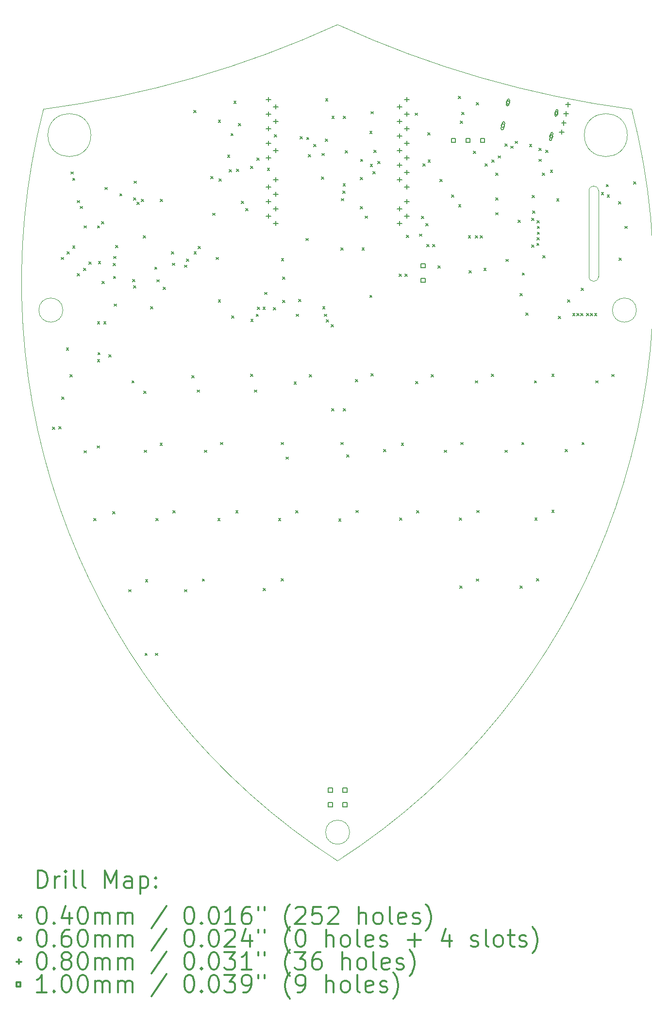
<source format=gbr>
%FSLAX45Y45*%
G04 Gerber Fmt 4.5, Leading zero omitted, Abs format (unit mm)*
G04 Created by KiCad (PCBNEW 5.0.2-1.fc29) date Mon 25 Feb 2019 04:28:05 CET*
%MOMM*%
%LPD*%
G01*
G04 APERTURE LIST*
%ADD10C,0.100000*%
%ADD11C,0.200000*%
%ADD12C,0.300000*%
G04 APERTURE END LIST*
D10*
X5128859Y13101191D02*
G75*
G02X0Y0I-11617245J-3006596D01*
G01*
X5211417Y9600000D02*
G75*
G03X5211417Y9600000I-210000J0D01*
G01*
X4547827Y11682000D02*
X4547827Y10182000D01*
X4384999Y11682000D02*
G75*
G02X4547827Y11682000I81414J0D01*
G01*
X4384999Y10182000D02*
X4384999Y11682000D01*
X-4791285Y9600000D02*
G75*
G03X-4791285Y9600000I-210000J0D01*
G01*
X0Y14575271D02*
G75*
G02X-5128700Y13101191I-7481641J16371471D01*
G01*
X4547827Y10182000D02*
G75*
G02X4384999Y10182000I-81414J0D01*
G01*
X5128859Y13101191D02*
G75*
G02X0Y14575271I2352718J17845580D01*
G01*
X0Y0D02*
G75*
G02X-5128700Y13101191I6488522J10094508D01*
G01*
X-4302509Y12650000D02*
G75*
G03X-4302509Y12650000I-375000J0D01*
G01*
X5052668Y12650000D02*
G75*
G03X5052668Y12650000I-375000J0D01*
G01*
X210000Y500000D02*
G75*
G03X210000Y500000I-210000J0D01*
G01*
D11*
X-4970000Y7560000D02*
X-4930000Y7520000D01*
X-4930000Y7560000D02*
X-4970000Y7520000D01*
X-4860000Y7570000D02*
X-4820000Y7530000D01*
X-4820000Y7570000D02*
X-4860000Y7530000D01*
X-4820000Y10520000D02*
X-4780000Y10480000D01*
X-4780000Y10520000D02*
X-4820000Y10480000D01*
X-4810000Y8085000D02*
X-4770000Y8045000D01*
X-4770000Y8085000D02*
X-4810000Y8045000D01*
X-4730000Y8940000D02*
X-4690000Y8900000D01*
X-4690000Y8940000D02*
X-4730000Y8900000D01*
X-4720000Y10620005D02*
X-4680000Y10580005D01*
X-4680000Y10620005D02*
X-4720000Y10580005D01*
X-4665000Y8475000D02*
X-4625000Y8435000D01*
X-4625000Y8475000D02*
X-4665000Y8435000D01*
X-4650000Y12010000D02*
X-4610000Y11970000D01*
X-4610000Y12010000D02*
X-4650000Y11970000D01*
X-4620000Y11900000D02*
X-4580000Y11860000D01*
X-4580000Y11900000D02*
X-4620000Y11860000D01*
X-4620000Y10720000D02*
X-4580000Y10680000D01*
X-4580000Y10720000D02*
X-4620000Y10680000D01*
X-4540000Y11510000D02*
X-4500000Y11470000D01*
X-4500000Y11510000D02*
X-4540000Y11470000D01*
X-4537499Y10239747D02*
X-4497499Y10199747D01*
X-4497499Y10239747D02*
X-4537499Y10199747D01*
X-4490000Y11410000D02*
X-4450000Y11370000D01*
X-4450000Y11410000D02*
X-4490000Y11370000D01*
X-4430000Y10330000D02*
X-4390000Y10290000D01*
X-4390000Y10330000D02*
X-4430000Y10290000D01*
X-4420000Y11070000D02*
X-4380000Y11030000D01*
X-4380000Y11070000D02*
X-4420000Y11030000D01*
X-4420000Y7150000D02*
X-4380000Y7110000D01*
X-4380000Y7150000D02*
X-4420000Y7110000D01*
X-4335000Y10440000D02*
X-4295000Y10400000D01*
X-4295000Y10440000D02*
X-4335000Y10400000D01*
X-4250000Y5970000D02*
X-4210000Y5930000D01*
X-4210000Y5970000D02*
X-4250000Y5930000D01*
X-4195231Y7234769D02*
X-4155230Y7194769D01*
X-4155230Y7234769D02*
X-4195231Y7194769D01*
X-4190000Y11070000D02*
X-4150000Y11030000D01*
X-4150000Y11070000D02*
X-4190000Y11030000D01*
X-4190000Y8740000D02*
X-4150000Y8700000D01*
X-4150000Y8740000D02*
X-4190000Y8700000D01*
X-4189375Y9396049D02*
X-4149375Y9356049D01*
X-4149375Y9396049D02*
X-4189375Y9356049D01*
X-4180000Y8860000D02*
X-4140000Y8820000D01*
X-4140000Y8860000D02*
X-4180000Y8820000D01*
X-4171485Y10451485D02*
X-4131485Y10411485D01*
X-4131485Y10451485D02*
X-4171485Y10411485D01*
X-4120000Y11140000D02*
X-4080000Y11100000D01*
X-4080000Y11140000D02*
X-4120000Y11100000D01*
X-4110000Y10100000D02*
X-4070000Y10060000D01*
X-4070000Y10100000D02*
X-4110000Y10060000D01*
X-4080000Y9400000D02*
X-4040000Y9360000D01*
X-4040000Y9400000D02*
X-4080000Y9360000D01*
X-4060000Y11740000D02*
X-4020000Y11700000D01*
X-4020000Y11740000D02*
X-4060000Y11700000D01*
X-3990000Y8820000D02*
X-3950000Y8780000D01*
X-3950000Y8820000D02*
X-3990000Y8780000D01*
X-3922730Y6087269D02*
X-3882730Y6047269D01*
X-3882730Y6087269D02*
X-3922730Y6047269D01*
X-3912501Y10412499D02*
X-3872501Y10372499D01*
X-3872501Y10412499D02*
X-3912501Y10372499D01*
X-3908734Y10191266D02*
X-3868734Y10151266D01*
X-3868734Y10191266D02*
X-3908734Y10151266D01*
X-3907496Y10537819D02*
X-3867496Y10497819D01*
X-3867496Y10537819D02*
X-3907496Y10497819D01*
X-3896886Y9706883D02*
X-3856886Y9666883D01*
X-3856886Y9706883D02*
X-3896886Y9666883D01*
X-3872499Y10730000D02*
X-3832499Y10690000D01*
X-3832499Y10730000D02*
X-3872499Y10690000D01*
X-3800000Y11630000D02*
X-3760000Y11590000D01*
X-3760000Y11630000D02*
X-3800000Y11590000D01*
X-3640000Y4730000D02*
X-3600000Y4690000D01*
X-3600000Y4730000D02*
X-3640000Y4690000D01*
X-3586764Y8370492D02*
X-3546764Y8330492D01*
X-3546764Y8370492D02*
X-3586764Y8330492D01*
X-3573000Y10135000D02*
X-3533000Y10095000D01*
X-3533000Y10135000D02*
X-3573000Y10095000D01*
X-3560000Y11557499D02*
X-3520000Y11517499D01*
X-3520000Y11557499D02*
X-3560000Y11517499D01*
X-3560000Y10022501D02*
X-3520000Y9982501D01*
X-3520000Y10022501D02*
X-3560000Y9982501D01*
X-3550000Y11850000D02*
X-3510000Y11810000D01*
X-3510000Y11850000D02*
X-3550000Y11810000D01*
X-3501687Y11481501D02*
X-3461687Y11441501D01*
X-3461687Y11481501D02*
X-3501687Y11441501D01*
X-3420000Y11530003D02*
X-3380000Y11490003D01*
X-3380000Y11530003D02*
X-3420000Y11490003D01*
X-3390000Y10900000D02*
X-3350000Y10860000D01*
X-3350000Y10900000D02*
X-3390000Y10860000D01*
X-3380000Y8190000D02*
X-3340000Y8150000D01*
X-3340000Y8190000D02*
X-3380000Y8150000D01*
X-3370000Y7160000D02*
X-3330000Y7120000D01*
X-3330000Y7160000D02*
X-3370000Y7120000D01*
X-3360000Y3620000D02*
X-3320000Y3580000D01*
X-3320000Y3620000D02*
X-3360000Y3580000D01*
X-3350000Y4900000D02*
X-3310000Y4860000D01*
X-3310000Y4900000D02*
X-3350000Y4860000D01*
X-3260000Y9660000D02*
X-3220000Y9620000D01*
X-3220000Y9660000D02*
X-3260000Y9620000D01*
X-3190000Y10350000D02*
X-3150000Y10310000D01*
X-3150000Y10350000D02*
X-3190000Y10310000D01*
X-3180000Y3620000D02*
X-3140000Y3580000D01*
X-3140000Y3620000D02*
X-3180000Y3580000D01*
X-3170000Y5970000D02*
X-3130000Y5930000D01*
X-3130000Y5970000D02*
X-3170000Y5930000D01*
X-3150000Y10130000D02*
X-3110000Y10090000D01*
X-3110000Y10130000D02*
X-3150000Y10090000D01*
X-3097730Y7282269D02*
X-3057730Y7242269D01*
X-3057730Y7282269D02*
X-3097730Y7242269D01*
X-3090000Y11530000D02*
X-3050000Y11490000D01*
X-3050000Y11530000D02*
X-3090000Y11490000D01*
X-3040000Y10000000D02*
X-3000000Y9960000D01*
X-3000000Y10000000D02*
X-3040000Y9960000D01*
X-2900000Y10620000D02*
X-2860000Y10580000D01*
X-2860000Y10620000D02*
X-2900000Y10580000D01*
X-2880000Y10420000D02*
X-2840000Y10380000D01*
X-2840000Y10420000D02*
X-2880000Y10380000D01*
X-2870000Y6105000D02*
X-2830000Y6065000D01*
X-2830000Y6105000D02*
X-2870000Y6065000D01*
X-2670000Y4730000D02*
X-2630000Y4690000D01*
X-2630000Y4730000D02*
X-2670000Y4690000D01*
X-2669999Y10385000D02*
X-2629999Y10345000D01*
X-2629999Y10385000D02*
X-2669999Y10345000D01*
X-2635000Y10490000D02*
X-2595000Y10450000D01*
X-2595000Y10490000D02*
X-2635000Y10450000D01*
X-2544566Y8461858D02*
X-2504566Y8421858D01*
X-2504566Y8461858D02*
X-2544566Y8421858D01*
X-2510000Y13079999D02*
X-2470000Y13039999D01*
X-2470000Y13079999D02*
X-2510000Y13039999D01*
X-2503951Y10620877D02*
X-2463951Y10580877D01*
X-2463951Y10620877D02*
X-2503951Y10580877D01*
X-2450000Y8210000D02*
X-2410000Y8170000D01*
X-2410000Y8210000D02*
X-2450000Y8170000D01*
X-2430000Y10710000D02*
X-2390000Y10670000D01*
X-2390000Y10710000D02*
X-2430000Y10670000D01*
X-2360000Y4915000D02*
X-2320000Y4875000D01*
X-2320000Y4915000D02*
X-2360000Y4875000D01*
X-2320000Y7160000D02*
X-2280000Y7120000D01*
X-2280000Y7160000D02*
X-2320000Y7120000D01*
X-2210000Y11930000D02*
X-2170000Y11890000D01*
X-2170000Y11930000D02*
X-2210000Y11890000D01*
X-2180000Y11290000D02*
X-2140000Y11250000D01*
X-2140000Y11290000D02*
X-2180000Y11250000D01*
X-2120000Y10520000D02*
X-2080000Y10480000D01*
X-2080000Y10520000D02*
X-2120000Y10480000D01*
X-2090000Y5970000D02*
X-2050000Y5930000D01*
X-2050000Y5970000D02*
X-2090000Y5930000D01*
X-2080000Y12910000D02*
X-2040000Y12870000D01*
X-2040000Y12910000D02*
X-2080000Y12870000D01*
X-2080000Y9780000D02*
X-2040000Y9740000D01*
X-2040000Y9780000D02*
X-2080000Y9740000D01*
X-2070000Y11890000D02*
X-2030000Y11850000D01*
X-2030000Y11890000D02*
X-2070000Y11850000D01*
X-2040000Y7295000D02*
X-2000000Y7255000D01*
X-2000000Y7295000D02*
X-2040000Y7255000D01*
X-1920000Y12300000D02*
X-1880000Y12260000D01*
X-1880000Y12300000D02*
X-1920000Y12260000D01*
X-1892269Y12047730D02*
X-1852269Y12007730D01*
X-1852269Y12047730D02*
X-1892269Y12007730D01*
X-1860000Y12680000D02*
X-1820000Y12640000D01*
X-1820000Y12680000D02*
X-1860000Y12640000D01*
X-1850000Y9500000D02*
X-1810000Y9460000D01*
X-1810000Y9500000D02*
X-1850000Y9460000D01*
X-1810000Y13242500D02*
X-1770000Y13202500D01*
X-1770000Y13242500D02*
X-1810000Y13202500D01*
X-1775000Y6105000D02*
X-1735000Y6065000D01*
X-1735000Y6105000D02*
X-1775000Y6065000D01*
X-1762730Y12057269D02*
X-1722730Y12017269D01*
X-1722730Y12057269D02*
X-1762730Y12017269D01*
X-1730000Y12850000D02*
X-1690000Y12810000D01*
X-1690000Y12850000D02*
X-1730000Y12810000D01*
X-1680000Y11500000D02*
X-1640000Y11460000D01*
X-1640000Y11500000D02*
X-1680000Y11460000D01*
X-1600000Y11370000D02*
X-1560000Y11330000D01*
X-1560000Y11370000D02*
X-1600000Y11330000D01*
X-1520000Y12110001D02*
X-1480000Y12070001D01*
X-1480000Y12110001D02*
X-1520000Y12070001D01*
X-1515000Y8485000D02*
X-1475000Y8445000D01*
X-1475000Y8485000D02*
X-1515000Y8445000D01*
X-1514420Y9443922D02*
X-1474420Y9403922D01*
X-1474420Y9443922D02*
X-1514420Y9403922D01*
X-1450000Y8210000D02*
X-1410000Y8170000D01*
X-1410000Y8210000D02*
X-1450000Y8170000D01*
X-1420000Y9529998D02*
X-1380000Y9489998D01*
X-1380000Y9529998D02*
X-1420000Y9489998D01*
X-1410000Y12250000D02*
X-1370000Y12210000D01*
X-1370000Y12250000D02*
X-1410000Y12210000D01*
X-1400000Y9650000D02*
X-1360000Y9610000D01*
X-1360000Y9650000D02*
X-1400000Y9610000D01*
X-1302502Y9655000D02*
X-1262502Y9615000D01*
X-1262502Y9655000D02*
X-1302502Y9615000D01*
X-1300000Y4750000D02*
X-1260000Y4710000D01*
X-1260000Y4750000D02*
X-1300000Y4710000D01*
X-1270000Y9910000D02*
X-1230000Y9870000D01*
X-1230000Y9910000D02*
X-1270000Y9870000D01*
X-1226500Y12076001D02*
X-1186500Y12036001D01*
X-1186500Y12076001D02*
X-1226500Y12036001D01*
X-1117501Y9645000D02*
X-1077501Y9605000D01*
X-1077501Y9645000D02*
X-1117501Y9605000D01*
X-1100000Y12660000D02*
X-1060000Y12620000D01*
X-1060000Y12660000D02*
X-1100000Y12620000D01*
X-1030000Y5970000D02*
X-990000Y5930000D01*
X-990000Y5970000D02*
X-1030000Y5930000D01*
X-985000Y7295000D02*
X-945000Y7255000D01*
X-945000Y7295000D02*
X-985000Y7255000D01*
X-985000Y4920000D02*
X-945000Y4880000D01*
X-945000Y4920000D02*
X-985000Y4880000D01*
X-980000Y10500000D02*
X-940000Y10460000D01*
X-940000Y10500000D02*
X-980000Y10460000D01*
X-960000Y10180000D02*
X-920000Y10140000D01*
X-920000Y10180000D02*
X-960000Y10140000D01*
X-960000Y9770000D02*
X-920000Y9730000D01*
X-920000Y9770000D02*
X-960000Y9730000D01*
X-900000Y7040000D02*
X-860000Y7000000D01*
X-860000Y7040000D02*
X-900000Y7000000D01*
X-760000Y8350000D02*
X-720000Y8310000D01*
X-720000Y8350000D02*
X-760000Y8310000D01*
X-730000Y6105000D02*
X-690000Y6065000D01*
X-690000Y6105000D02*
X-730000Y6065000D01*
X-720000Y9530001D02*
X-680000Y9490001D01*
X-680000Y9530001D02*
X-720000Y9490001D01*
X-680000Y9790000D02*
X-640000Y9750000D01*
X-640000Y9790000D02*
X-680000Y9750000D01*
X-653734Y12623734D02*
X-613734Y12583734D01*
X-613734Y12623734D02*
X-653734Y12583734D01*
X-550000Y10850000D02*
X-510000Y10810000D01*
X-510000Y10850000D02*
X-550000Y10810000D01*
X-539607Y12612139D02*
X-499607Y12572139D01*
X-499607Y12612139D02*
X-539607Y12572139D01*
X-512730Y12312730D02*
X-472730Y12272730D01*
X-472730Y12312730D02*
X-512730Y12272730D01*
X-495001Y8474415D02*
X-455001Y8434415D01*
X-455001Y8474415D02*
X-495001Y8434415D01*
X-420000Y12490000D02*
X-380000Y12450000D01*
X-380000Y12490000D02*
X-420000Y12450000D01*
X-280000Y11920000D02*
X-240000Y11880000D01*
X-240000Y11920000D02*
X-280000Y11880000D01*
X-272270Y12332269D02*
X-232269Y12292269D01*
X-232269Y12332269D02*
X-272270Y12292269D01*
X-260000Y9660000D02*
X-220000Y9620000D01*
X-220000Y9660000D02*
X-260000Y9620000D01*
X-230000Y9530000D02*
X-190000Y9490000D01*
X-190000Y9530000D02*
X-230000Y9490000D01*
X-215000Y12585000D02*
X-175000Y12545000D01*
X-175000Y12585000D02*
X-215000Y12545000D01*
X-210000Y13285001D02*
X-170000Y13245001D01*
X-170000Y13285001D02*
X-210000Y13245001D01*
X-200000Y9430000D02*
X-160000Y9390000D01*
X-160000Y9430000D02*
X-200000Y9390000D01*
X-110000Y9350000D02*
X-70000Y9310000D01*
X-70000Y9350000D02*
X-110000Y9310000D01*
X-104993Y7885000D02*
X-64993Y7845000D01*
X-64993Y7885000D02*
X-104993Y7845000D01*
X-100001Y12980000D02*
X-60001Y12940000D01*
X-60001Y12980000D02*
X-100001Y12940000D01*
X20000Y5960000D02*
X60000Y5920000D01*
X60000Y5960000D02*
X20000Y5920000D01*
X60000Y10685000D02*
X100000Y10645000D01*
X100000Y10685000D02*
X60000Y10645000D01*
X60000Y7295000D02*
X100000Y7255000D01*
X100000Y7295000D02*
X60000Y7255000D01*
X65000Y11545000D02*
X105000Y11505000D01*
X105000Y11545000D02*
X65000Y11505000D01*
X90000Y11675000D02*
X130000Y11635000D01*
X130000Y11675000D02*
X90000Y11635000D01*
X94059Y11802818D02*
X134059Y11762818D01*
X134059Y11802818D02*
X94059Y11762818D01*
X100000Y12980000D02*
X140000Y12940000D01*
X140000Y12980000D02*
X100000Y12940000D01*
X100000Y7885000D02*
X140000Y7845000D01*
X140000Y7885000D02*
X100000Y7845000D01*
X135000Y12380000D02*
X175000Y12340000D01*
X175000Y12380000D02*
X135000Y12340000D01*
X160000Y7080000D02*
X200000Y7040000D01*
X200000Y7080000D02*
X160000Y7040000D01*
X310000Y8390000D02*
X350000Y8350000D01*
X350000Y8390000D02*
X310000Y8350000D01*
X320000Y6110000D02*
X360000Y6070000D01*
X360000Y6110000D02*
X320000Y6070000D01*
X397501Y11910994D02*
X437501Y11870994D01*
X437501Y11910994D02*
X397501Y11870994D01*
X397503Y11405918D02*
X437503Y11365918D01*
X437503Y11405918D02*
X397503Y11365918D01*
X400000Y12230000D02*
X440000Y12190000D01*
X440000Y12230000D02*
X400000Y12190000D01*
X424189Y10683888D02*
X464189Y10643888D01*
X464189Y10683888D02*
X424189Y10643888D01*
X480000Y11240000D02*
X520000Y11200000D01*
X520000Y11240000D02*
X480000Y11200000D01*
X560000Y12715999D02*
X600000Y12675999D01*
X600000Y12715999D02*
X560000Y12675999D01*
X560000Y9860000D02*
X600000Y9820000D01*
X600000Y9860000D02*
X560000Y9820000D01*
X570000Y12140000D02*
X610000Y12100000D01*
X610000Y12140000D02*
X570000Y12100000D01*
X585000Y13060000D02*
X625000Y13020000D01*
X625000Y13060000D02*
X585000Y13020000D01*
X585000Y8490000D02*
X625000Y8450000D01*
X625000Y8490000D02*
X585000Y8450000D01*
X617499Y12015000D02*
X657499Y11975000D01*
X657499Y12015000D02*
X617499Y11975000D01*
X630000Y12390000D02*
X670000Y12350000D01*
X670000Y12390000D02*
X630000Y12350000D01*
X700000Y12192499D02*
X740000Y12152499D01*
X740000Y12192499D02*
X700000Y12152499D01*
X800000Y7170000D02*
X840000Y7130000D01*
X840000Y7170000D02*
X800000Y7130000D01*
X1075000Y10230000D02*
X1115000Y10190000D01*
X1115000Y10230000D02*
X1075000Y10190000D01*
X1080000Y5980000D02*
X1120000Y5940000D01*
X1120000Y5980000D02*
X1080000Y5940000D01*
X1110000Y7280000D02*
X1150000Y7240000D01*
X1150000Y7280000D02*
X1110000Y7240000D01*
X1175000Y10230000D02*
X1215000Y10190000D01*
X1215000Y10230000D02*
X1175000Y10190000D01*
X1200016Y10907517D02*
X1240016Y10867517D01*
X1240016Y10907517D02*
X1200016Y10867517D01*
X1355000Y13035000D02*
X1395000Y12995000D01*
X1395000Y13035000D02*
X1355000Y12995000D01*
X1360000Y8360000D02*
X1400000Y8320000D01*
X1400000Y8360000D02*
X1360000Y8320000D01*
X1375000Y6105000D02*
X1415000Y6065000D01*
X1415000Y6105000D02*
X1375000Y6065000D01*
X1430002Y10926604D02*
X1470002Y10886604D01*
X1470002Y10926604D02*
X1430002Y10886604D01*
X1462269Y11237730D02*
X1502269Y11197730D01*
X1502269Y11237730D02*
X1462269Y11197730D01*
X1485000Y12150000D02*
X1525000Y12110000D01*
X1525000Y12150000D02*
X1485000Y12110000D01*
X1536973Y11107254D02*
X1576973Y11067254D01*
X1576973Y11107254D02*
X1536973Y11067254D01*
X1558615Y10745001D02*
X1598615Y10705001D01*
X1598615Y10745001D02*
X1558615Y10705001D01*
X1570000Y12690000D02*
X1610000Y12650000D01*
X1610000Y12690000D02*
X1570000Y12650000D01*
X1577000Y12216000D02*
X1617000Y12176000D01*
X1617000Y12216000D02*
X1577000Y12176000D01*
X1630000Y8475000D02*
X1670000Y8435000D01*
X1670000Y8475000D02*
X1630000Y8435000D01*
X1658645Y10745001D02*
X1698645Y10705001D01*
X1698645Y10745001D02*
X1658645Y10705001D01*
X1750000Y10370000D02*
X1790000Y10330000D01*
X1790000Y10370000D02*
X1750000Y10330000D01*
X1783000Y11881000D02*
X1823000Y11841000D01*
X1823000Y11881000D02*
X1783000Y11841000D01*
X1860000Y7160000D02*
X1900000Y7120000D01*
X1900000Y7160000D02*
X1860000Y7120000D01*
X1985000Y11610000D02*
X2025000Y11570000D01*
X2025000Y11610000D02*
X1985000Y11570000D01*
X2105000Y13325000D02*
X2145000Y13285000D01*
X2145000Y13325000D02*
X2105000Y13285000D01*
X2110000Y11440000D02*
X2150000Y11400000D01*
X2150000Y11440000D02*
X2110000Y11400000D01*
X2120000Y5980000D02*
X2160000Y5940000D01*
X2160000Y5980000D02*
X2120000Y5940000D01*
X2130000Y4790000D02*
X2170000Y4750000D01*
X2170000Y4790000D02*
X2130000Y4750000D01*
X2137123Y12892877D02*
X2177123Y12852877D01*
X2177123Y12892877D02*
X2137123Y12852877D01*
X2150000Y7295000D02*
X2190000Y7255000D01*
X2190000Y7295000D02*
X2150000Y7255000D01*
X2165000Y13045000D02*
X2205000Y13005000D01*
X2205000Y13045000D02*
X2165000Y13005000D01*
X2280000Y10899998D02*
X2320000Y10859998D01*
X2320000Y10899998D02*
X2280000Y10859998D01*
X2290000Y10290000D02*
X2330000Y10250000D01*
X2330000Y10290000D02*
X2290000Y10250000D01*
X2370000Y12370000D02*
X2410000Y12330000D01*
X2410000Y12370000D02*
X2370000Y12330000D01*
X2400000Y10900000D02*
X2440000Y10860000D01*
X2440000Y10900000D02*
X2400000Y10860000D01*
X2400000Y8370000D02*
X2440000Y8330000D01*
X2440000Y8370000D02*
X2400000Y8330000D01*
X2420000Y13215000D02*
X2460000Y13175000D01*
X2460000Y13215000D02*
X2420000Y13175000D01*
X2420000Y4915000D02*
X2460000Y4875000D01*
X2460000Y4915000D02*
X2420000Y4875000D01*
X2425000Y6110000D02*
X2465000Y6070000D01*
X2465000Y6110000D02*
X2425000Y6070000D01*
X2490000Y10899998D02*
X2530000Y10859998D01*
X2530000Y10899998D02*
X2490000Y10859998D01*
X2550000Y10330000D02*
X2590000Y10290000D01*
X2590000Y10330000D02*
X2550000Y10290000D01*
X2570000Y12150000D02*
X2610000Y12110000D01*
X2610000Y12150000D02*
X2570000Y12110000D01*
X2680000Y8485000D02*
X2720000Y8445000D01*
X2720000Y8485000D02*
X2680000Y8445000D01*
X2690000Y12220000D02*
X2730000Y12180000D01*
X2730000Y12220000D02*
X2690000Y12180000D01*
X2760000Y11990000D02*
X2800000Y11950000D01*
X2800000Y11990000D02*
X2760000Y11950000D01*
X2760000Y11560000D02*
X2800000Y11520000D01*
X2800000Y11560000D02*
X2760000Y11520000D01*
X2760000Y11300000D02*
X2800000Y11260000D01*
X2800000Y11300000D02*
X2760000Y11260000D01*
X2800000Y12290000D02*
X2840000Y12250000D01*
X2840000Y12290000D02*
X2800000Y12250000D01*
X2916000Y12499000D02*
X2956000Y12459000D01*
X2956000Y12499000D02*
X2916000Y12459000D01*
X2920000Y7160000D02*
X2960000Y7120000D01*
X2960000Y7160000D02*
X2920000Y7120000D01*
X2935463Y10487498D02*
X2975463Y10447498D01*
X2975463Y10487498D02*
X2935463Y10447498D01*
X3020000Y12460000D02*
X3060000Y12420000D01*
X3060000Y12460000D02*
X3020000Y12420000D01*
X3098000Y12545000D02*
X3138000Y12505000D01*
X3138000Y12545000D02*
X3098000Y12505000D01*
X3150000Y11168769D02*
X3190000Y11128769D01*
X3190000Y11168769D02*
X3150000Y11128769D01*
X3180000Y9890000D02*
X3220000Y9850000D01*
X3220000Y9890000D02*
X3180000Y9850000D01*
X3180000Y4790000D02*
X3220000Y4750000D01*
X3220000Y4790000D02*
X3180000Y4750000D01*
X3210000Y7295000D02*
X3250000Y7255000D01*
X3250000Y7295000D02*
X3210000Y7255000D01*
X3220000Y10250000D02*
X3260000Y10210000D01*
X3260000Y10250000D02*
X3220000Y10210000D01*
X3280000Y9550000D02*
X3320000Y9510000D01*
X3320000Y9550000D02*
X3280000Y9510000D01*
X3346000Y12490000D02*
X3386000Y12450000D01*
X3386000Y12490000D02*
X3346000Y12450000D01*
X3382774Y10738071D02*
X3422774Y10698071D01*
X3422774Y10738071D02*
X3382774Y10698071D01*
X3387403Y11200032D02*
X3427403Y11160032D01*
X3427403Y11200032D02*
X3387403Y11160032D01*
X3390000Y11600000D02*
X3430000Y11560000D01*
X3430000Y11600000D02*
X3390000Y11560000D01*
X3400000Y11330000D02*
X3440000Y11290000D01*
X3440000Y11330000D02*
X3400000Y11290000D01*
X3430000Y8370000D02*
X3470000Y8330000D01*
X3470000Y8370000D02*
X3430000Y8330000D01*
X3440000Y5980000D02*
X3480000Y5940000D01*
X3480000Y5980000D02*
X3440000Y5940000D01*
X3470000Y4920000D02*
X3510000Y4880000D01*
X3510000Y4920000D02*
X3470000Y4880000D01*
X3473669Y10765700D02*
X3513669Y10725700D01*
X3513669Y10765700D02*
X3473669Y10725700D01*
X3479983Y11161259D02*
X3519983Y11121259D01*
X3519983Y11161259D02*
X3479983Y11121259D01*
X3480033Y10860488D02*
X3520033Y10820488D01*
X3520033Y10860488D02*
X3480033Y10820488D01*
X3481266Y10961266D02*
X3521266Y10921266D01*
X3521266Y10961266D02*
X3481266Y10921266D01*
X3481368Y11061267D02*
X3521368Y11021267D01*
X3521368Y11061267D02*
X3481368Y11021267D01*
X3510000Y12420000D02*
X3550000Y12380000D01*
X3550000Y12420000D02*
X3510000Y12380000D01*
X3510000Y12230000D02*
X3550000Y12190000D01*
X3550000Y12230000D02*
X3510000Y12190000D01*
X3570000Y11990000D02*
X3610000Y11950000D01*
X3610000Y11990000D02*
X3570000Y11950000D01*
X3581016Y10548985D02*
X3621016Y10508985D01*
X3621016Y10548985D02*
X3581016Y10508985D01*
X3630000Y12390000D02*
X3670000Y12350000D01*
X3670000Y12390000D02*
X3630000Y12350000D01*
X3710000Y12040000D02*
X3750000Y12000000D01*
X3750000Y12040000D02*
X3710000Y12000000D01*
X3735000Y8485000D02*
X3775000Y8445000D01*
X3775000Y8485000D02*
X3735000Y8445000D01*
X3735000Y6115000D02*
X3775000Y6075000D01*
X3775000Y6115000D02*
X3735000Y6075000D01*
X3820000Y11540000D02*
X3860000Y11500000D01*
X3860000Y11540000D02*
X3820000Y11500000D01*
X3850000Y9490000D02*
X3890000Y9450000D01*
X3890000Y9490000D02*
X3850000Y9450000D01*
X3970000Y7170000D02*
X4010000Y7130000D01*
X4010000Y7170000D02*
X3970000Y7130000D01*
X4010000Y9780000D02*
X4050000Y9740000D01*
X4050000Y9780000D02*
X4010000Y9740000D01*
X4100000Y9540000D02*
X4140000Y9500000D01*
X4140000Y9540000D02*
X4100000Y9500000D01*
X4170000Y9540000D02*
X4210000Y9500000D01*
X4210000Y9540000D02*
X4170000Y9500000D01*
X4240000Y9540000D02*
X4280000Y9500000D01*
X4280000Y9540000D02*
X4240000Y9500000D01*
X4250000Y9980000D02*
X4290000Y9940000D01*
X4290000Y9980000D02*
X4250000Y9940000D01*
X4260000Y7295000D02*
X4300000Y7255000D01*
X4300000Y7295000D02*
X4260000Y7255000D01*
X4340000Y9540000D02*
X4380000Y9500000D01*
X4380000Y9540000D02*
X4340000Y9500000D01*
X4410000Y9540000D02*
X4450000Y9500000D01*
X4450000Y9540000D02*
X4410000Y9500000D01*
X4480000Y9540000D02*
X4520000Y9500000D01*
X4520000Y9540000D02*
X4480000Y9500000D01*
X4500000Y8370000D02*
X4540000Y8330000D01*
X4540000Y8370000D02*
X4500000Y8330000D01*
X4600000Y11650000D02*
X4640000Y11610000D01*
X4640000Y11650000D02*
X4600000Y11610000D01*
X4685000Y11790000D02*
X4725000Y11750000D01*
X4725000Y11790000D02*
X4685000Y11750000D01*
X4700000Y11610000D02*
X4740000Y11570000D01*
X4740000Y11610000D02*
X4700000Y11570000D01*
X4780000Y8480000D02*
X4820000Y8440000D01*
X4820000Y8480000D02*
X4780000Y8440000D01*
X4900000Y11490000D02*
X4940000Y11450000D01*
X4940000Y11490000D02*
X4900000Y11450000D01*
X4910000Y10510000D02*
X4950000Y10470000D01*
X4950000Y10510000D02*
X4910000Y10470000D01*
X5010000Y11062500D02*
X5050000Y11022500D01*
X5050000Y11062500D02*
X5010000Y11022500D01*
X5160000Y11840000D02*
X5200000Y11800000D01*
X5200000Y11840000D02*
X5160000Y11800000D01*
X2912418Y12814687D02*
G75*
G03X2912418Y12814687I-30000J0D01*
G01*
X2874796Y12872712D02*
X2850988Y12765320D01*
X2913848Y12864055D02*
X2890040Y12756662D01*
X2850988Y12765320D02*
G75*
G03X2890040Y12756662I19526J-4329D01*
G01*
X2913848Y12864055D02*
G75*
G03X2874796Y12872712I-19526J4329D01*
G01*
X3002241Y13219850D02*
G75*
G03X3002241Y13219850I-30000J0D01*
G01*
X2961372Y13263231D02*
X2944057Y13185127D01*
X3000424Y13254573D02*
X2983109Y13176469D01*
X2944057Y13185127D02*
G75*
G03X2983109Y13176469I19526J-4329D01*
G01*
X3000424Y13254573D02*
G75*
G03X2961372Y13263231I-19526J4329D01*
G01*
X3755938Y12627683D02*
G75*
G03X3755938Y12627683I-30000J0D01*
G01*
X3718316Y12685708D02*
X3694508Y12578316D01*
X3757368Y12677051D02*
X3733560Y12569658D01*
X3694508Y12578316D02*
G75*
G03X3733560Y12569658I19526J-4329D01*
G01*
X3757368Y12677051D02*
G75*
G03X3718316Y12685708I-19526J4329D01*
G01*
X3845760Y13032846D02*
G75*
G03X3845760Y13032846I-30000J0D01*
G01*
X3804892Y13076227D02*
X3787577Y12998123D01*
X3843944Y13067569D02*
X3826629Y12989465D01*
X3787577Y12998123D02*
G75*
G03X3826629Y12989465I19526J-4329D01*
G01*
X3843944Y13067569D02*
G75*
G03X3804892Y13076227I-19526J4329D01*
G01*
X-1206500Y13057500D02*
X-1206500Y12977500D01*
X-1246500Y13017500D02*
X-1166500Y13017500D01*
X-1079500Y13184500D02*
X-1079500Y13104500D01*
X-1119500Y13144500D02*
X-1039500Y13144500D01*
X-1206500Y12803500D02*
X-1206500Y12723500D01*
X-1246500Y12763500D02*
X-1166500Y12763500D01*
X1206500Y11279500D02*
X1206500Y11199500D01*
X1166500Y11239500D02*
X1246500Y11239500D01*
X4020000Y13225000D02*
X4020000Y13145000D01*
X3980000Y13185000D02*
X4060000Y13185000D01*
X-1079500Y11914500D02*
X-1079500Y11834500D01*
X-1119500Y11874500D02*
X-1039500Y11874500D01*
X1206500Y13057500D02*
X1206500Y12977500D01*
X1166500Y13017500D02*
X1246500Y13017500D01*
X-1206500Y12295500D02*
X-1206500Y12215500D01*
X-1246500Y12255500D02*
X-1166500Y12255500D01*
X1079500Y12676500D02*
X1079500Y12596500D01*
X1039500Y12636500D02*
X1119500Y12636500D01*
X-1206500Y11787500D02*
X-1206500Y11707500D01*
X-1246500Y11747500D02*
X-1166500Y11747500D01*
X1206500Y12041500D02*
X1206500Y11961500D01*
X1166500Y12001500D02*
X1246500Y12001500D01*
X-1206500Y13311500D02*
X-1206500Y13231500D01*
X-1246500Y13271500D02*
X-1166500Y13271500D01*
X1079500Y13184500D02*
X1079500Y13104500D01*
X1039500Y13144500D02*
X1119500Y13144500D01*
X1079500Y11152500D02*
X1079500Y11072500D01*
X1039500Y11112500D02*
X1119500Y11112500D01*
X-1079500Y11406500D02*
X-1079500Y11326500D01*
X-1119500Y11366500D02*
X-1039500Y11366500D01*
X1206500Y12295500D02*
X1206500Y12215500D01*
X1166500Y12255500D02*
X1246500Y12255500D01*
X1206500Y11787500D02*
X1206500Y11707500D01*
X1166500Y11747500D02*
X1246500Y11747500D01*
X-1079500Y11152500D02*
X-1079500Y11072500D01*
X-1119500Y11112500D02*
X-1039500Y11112500D01*
X1079500Y11406500D02*
X1079500Y11326500D01*
X1039500Y11366500D02*
X1119500Y11366500D01*
X1206500Y12803500D02*
X1206500Y12723500D01*
X1166500Y12763500D02*
X1246500Y12763500D01*
X3909000Y12745000D02*
X3909000Y12665000D01*
X3869000Y12705000D02*
X3949000Y12705000D01*
X3945000Y12904000D02*
X3945000Y12824000D01*
X3905000Y12864000D02*
X3985000Y12864000D01*
X-1206500Y11533500D02*
X-1206500Y11453500D01*
X-1246500Y11493500D02*
X-1166500Y11493500D01*
X1079500Y12930500D02*
X1079500Y12850500D01*
X1039500Y12890500D02*
X1119500Y12890500D01*
X-1206500Y11279500D02*
X-1206500Y11199500D01*
X-1246500Y11239500D02*
X-1166500Y11239500D01*
X-1079500Y12930500D02*
X-1079500Y12850500D01*
X-1119500Y12890500D02*
X-1039500Y12890500D01*
X1079500Y12422500D02*
X1079500Y12342500D01*
X1039500Y12382500D02*
X1119500Y12382500D01*
X1206500Y13311500D02*
X1206500Y13231500D01*
X1166500Y13271500D02*
X1246500Y13271500D01*
X-1079500Y11660500D02*
X-1079500Y11580500D01*
X-1119500Y11620500D02*
X-1039500Y11620500D01*
X1079500Y11914500D02*
X1079500Y11834500D01*
X1039500Y11874500D02*
X1119500Y11874500D01*
X-1079500Y12422500D02*
X-1079500Y12342500D01*
X-1119500Y12382500D02*
X-1039500Y12382500D01*
X3986000Y13065000D02*
X3986000Y12985000D01*
X3946000Y13025000D02*
X4026000Y13025000D01*
X1206500Y12549500D02*
X1206500Y12469500D01*
X1166500Y12509500D02*
X1246500Y12509500D01*
X1079500Y12168500D02*
X1079500Y12088500D01*
X1039500Y12128500D02*
X1119500Y12128500D01*
X-1206500Y12549500D02*
X-1206500Y12469500D01*
X-1246500Y12509500D02*
X-1166500Y12509500D01*
X1206500Y11533500D02*
X1206500Y11453500D01*
X1166500Y11493500D02*
X1246500Y11493500D01*
X1525356Y10338644D02*
X1525356Y10409356D01*
X1454644Y10409356D01*
X1454644Y10338644D01*
X1525356Y10338644D01*
X1525356Y10084644D02*
X1525356Y10155356D01*
X1454644Y10155356D01*
X1454644Y10084644D01*
X1525356Y10084644D01*
X2057356Y12524644D02*
X2057356Y12595356D01*
X1986644Y12595356D01*
X1986644Y12524644D01*
X2057356Y12524644D01*
X2311356Y12524644D02*
X2311356Y12595356D01*
X2240644Y12595356D01*
X2240644Y12524644D01*
X2311356Y12524644D01*
X2565356Y12524644D02*
X2565356Y12595356D01*
X2494644Y12595356D01*
X2494644Y12524644D01*
X2565356Y12524644D01*
X-91644Y1197644D02*
X-91644Y1268356D01*
X-162356Y1268356D01*
X-162356Y1197644D01*
X-91644Y1197644D01*
X-91644Y943644D02*
X-91644Y1014356D01*
X-162356Y1014356D01*
X-162356Y943644D01*
X-91644Y943644D01*
X162356Y1197644D02*
X162356Y1268356D01*
X91644Y1268356D01*
X91644Y1197644D01*
X162356Y1197644D01*
X162356Y943644D02*
X162356Y1014356D01*
X91644Y1014356D01*
X91644Y943644D01*
X162356Y943644D01*
D12*
X-5230050Y-470714D02*
X-5230050Y-170714D01*
X-5158621Y-170714D01*
X-5115764Y-185000D01*
X-5087192Y-213571D01*
X-5072907Y-242143D01*
X-5058621Y-299286D01*
X-5058621Y-342143D01*
X-5072907Y-399286D01*
X-5087192Y-427857D01*
X-5115764Y-456429D01*
X-5158621Y-470714D01*
X-5230050Y-470714D01*
X-4930050Y-470714D02*
X-4930050Y-270714D01*
X-4930050Y-327857D02*
X-4915764Y-299286D01*
X-4901478Y-285000D01*
X-4872907Y-270714D01*
X-4844335Y-270714D01*
X-4744335Y-470714D02*
X-4744335Y-270714D01*
X-4744335Y-170714D02*
X-4758621Y-185000D01*
X-4744335Y-199286D01*
X-4730050Y-185000D01*
X-4744335Y-170714D01*
X-4744335Y-199286D01*
X-4558621Y-470714D02*
X-4587192Y-456429D01*
X-4601478Y-427857D01*
X-4601478Y-170714D01*
X-4401478Y-470714D02*
X-4430050Y-456429D01*
X-4444335Y-427857D01*
X-4444335Y-170714D01*
X-4058621Y-470714D02*
X-4058621Y-170714D01*
X-3958621Y-385000D01*
X-3858621Y-170714D01*
X-3858621Y-470714D01*
X-3587192Y-470714D02*
X-3587192Y-313572D01*
X-3601478Y-285000D01*
X-3630050Y-270714D01*
X-3687192Y-270714D01*
X-3715764Y-285000D01*
X-3587192Y-456429D02*
X-3615764Y-470714D01*
X-3687192Y-470714D01*
X-3715764Y-456429D01*
X-3730050Y-427857D01*
X-3730050Y-399286D01*
X-3715764Y-370714D01*
X-3687192Y-356429D01*
X-3615764Y-356429D01*
X-3587192Y-342143D01*
X-3444335Y-270714D02*
X-3444335Y-570714D01*
X-3444335Y-285000D02*
X-3415764Y-270714D01*
X-3358621Y-270714D01*
X-3330050Y-285000D01*
X-3315764Y-299286D01*
X-3301478Y-327857D01*
X-3301478Y-413571D01*
X-3315764Y-442143D01*
X-3330050Y-456429D01*
X-3358621Y-470714D01*
X-3415764Y-470714D01*
X-3444335Y-456429D01*
X-3172907Y-442143D02*
X-3158621Y-456429D01*
X-3172907Y-470714D01*
X-3187192Y-456429D01*
X-3172907Y-442143D01*
X-3172907Y-470714D01*
X-3172907Y-285000D02*
X-3158621Y-299286D01*
X-3172907Y-313572D01*
X-3187192Y-299286D01*
X-3172907Y-285000D01*
X-3172907Y-313572D01*
X-5556478Y-945000D02*
X-5516478Y-985000D01*
X-5516478Y-945000D02*
X-5556478Y-985000D01*
X-5172907Y-800714D02*
X-5144335Y-800714D01*
X-5115764Y-815000D01*
X-5101478Y-829286D01*
X-5087192Y-857857D01*
X-5072907Y-915000D01*
X-5072907Y-986429D01*
X-5087192Y-1043571D01*
X-5101478Y-1072143D01*
X-5115764Y-1086429D01*
X-5144335Y-1100714D01*
X-5172907Y-1100714D01*
X-5201478Y-1086429D01*
X-5215764Y-1072143D01*
X-5230050Y-1043571D01*
X-5244335Y-986429D01*
X-5244335Y-915000D01*
X-5230050Y-857857D01*
X-5215764Y-829286D01*
X-5201478Y-815000D01*
X-5172907Y-800714D01*
X-4944335Y-1072143D02*
X-4930050Y-1086429D01*
X-4944335Y-1100714D01*
X-4958621Y-1086429D01*
X-4944335Y-1072143D01*
X-4944335Y-1100714D01*
X-4672907Y-900714D02*
X-4672907Y-1100714D01*
X-4744335Y-786429D02*
X-4815764Y-1000714D01*
X-4630050Y-1000714D01*
X-4458621Y-800714D02*
X-4430050Y-800714D01*
X-4401478Y-815000D01*
X-4387192Y-829286D01*
X-4372907Y-857857D01*
X-4358621Y-915000D01*
X-4358621Y-986429D01*
X-4372907Y-1043571D01*
X-4387192Y-1072143D01*
X-4401478Y-1086429D01*
X-4430050Y-1100714D01*
X-4458621Y-1100714D01*
X-4487192Y-1086429D01*
X-4501478Y-1072143D01*
X-4515764Y-1043571D01*
X-4530050Y-986429D01*
X-4530050Y-915000D01*
X-4515764Y-857857D01*
X-4501478Y-829286D01*
X-4487192Y-815000D01*
X-4458621Y-800714D01*
X-4230050Y-1100714D02*
X-4230050Y-900714D01*
X-4230050Y-929286D02*
X-4215764Y-915000D01*
X-4187192Y-900714D01*
X-4144335Y-900714D01*
X-4115764Y-915000D01*
X-4101478Y-943571D01*
X-4101478Y-1100714D01*
X-4101478Y-943571D02*
X-4087192Y-915000D01*
X-4058621Y-900714D01*
X-4015764Y-900714D01*
X-3987192Y-915000D01*
X-3972907Y-943571D01*
X-3972907Y-1100714D01*
X-3830050Y-1100714D02*
X-3830050Y-900714D01*
X-3830050Y-929286D02*
X-3815764Y-915000D01*
X-3787192Y-900714D01*
X-3744335Y-900714D01*
X-3715764Y-915000D01*
X-3701478Y-943571D01*
X-3701478Y-1100714D01*
X-3701478Y-943571D02*
X-3687192Y-915000D01*
X-3658621Y-900714D01*
X-3615764Y-900714D01*
X-3587192Y-915000D01*
X-3572907Y-943571D01*
X-3572907Y-1100714D01*
X-2987192Y-786429D02*
X-3244335Y-1172143D01*
X-2601478Y-800714D02*
X-2572907Y-800714D01*
X-2544335Y-815000D01*
X-2530050Y-829286D01*
X-2515764Y-857857D01*
X-2501478Y-915000D01*
X-2501478Y-986429D01*
X-2515764Y-1043571D01*
X-2530050Y-1072143D01*
X-2544335Y-1086429D01*
X-2572907Y-1100714D01*
X-2601478Y-1100714D01*
X-2630050Y-1086429D01*
X-2644335Y-1072143D01*
X-2658621Y-1043571D01*
X-2672907Y-986429D01*
X-2672907Y-915000D01*
X-2658621Y-857857D01*
X-2644335Y-829286D01*
X-2630050Y-815000D01*
X-2601478Y-800714D01*
X-2372907Y-1072143D02*
X-2358621Y-1086429D01*
X-2372907Y-1100714D01*
X-2387192Y-1086429D01*
X-2372907Y-1072143D01*
X-2372907Y-1100714D01*
X-2172907Y-800714D02*
X-2144335Y-800714D01*
X-2115764Y-815000D01*
X-2101478Y-829286D01*
X-2087192Y-857857D01*
X-2072907Y-915000D01*
X-2072907Y-986429D01*
X-2087192Y-1043571D01*
X-2101478Y-1072143D01*
X-2115764Y-1086429D01*
X-2144335Y-1100714D01*
X-2172907Y-1100714D01*
X-2201478Y-1086429D01*
X-2215764Y-1072143D01*
X-2230050Y-1043571D01*
X-2244335Y-986429D01*
X-2244335Y-915000D01*
X-2230050Y-857857D01*
X-2215764Y-829286D01*
X-2201478Y-815000D01*
X-2172907Y-800714D01*
X-1787192Y-1100714D02*
X-1958621Y-1100714D01*
X-1872907Y-1100714D02*
X-1872907Y-800714D01*
X-1901478Y-843571D01*
X-1930050Y-872143D01*
X-1958621Y-886429D01*
X-1530050Y-800714D02*
X-1587192Y-800714D01*
X-1615764Y-815000D01*
X-1630050Y-829286D01*
X-1658621Y-872143D01*
X-1672907Y-929286D01*
X-1672907Y-1043571D01*
X-1658621Y-1072143D01*
X-1644335Y-1086429D01*
X-1615764Y-1100714D01*
X-1558621Y-1100714D01*
X-1530050Y-1086429D01*
X-1515764Y-1072143D01*
X-1501478Y-1043571D01*
X-1501478Y-972143D01*
X-1515764Y-943571D01*
X-1530050Y-929286D01*
X-1558621Y-915000D01*
X-1615764Y-915000D01*
X-1644335Y-929286D01*
X-1658621Y-943571D01*
X-1672907Y-972143D01*
X-1387192Y-800714D02*
X-1387192Y-857857D01*
X-1272907Y-800714D02*
X-1272907Y-857857D01*
X-830050Y-1215000D02*
X-844335Y-1200714D01*
X-872907Y-1157857D01*
X-887192Y-1129286D01*
X-901478Y-1086429D01*
X-915764Y-1015000D01*
X-915764Y-957857D01*
X-901478Y-886429D01*
X-887192Y-843571D01*
X-872907Y-815000D01*
X-844335Y-772143D01*
X-830050Y-757857D01*
X-730050Y-829286D02*
X-715764Y-815000D01*
X-687192Y-800714D01*
X-615764Y-800714D01*
X-587192Y-815000D01*
X-572907Y-829286D01*
X-558621Y-857857D01*
X-558621Y-886429D01*
X-572907Y-929286D01*
X-744335Y-1100714D01*
X-558621Y-1100714D01*
X-287192Y-800714D02*
X-430050Y-800714D01*
X-444335Y-943571D01*
X-430050Y-929286D01*
X-401478Y-915000D01*
X-330050Y-915000D01*
X-301478Y-929286D01*
X-287192Y-943571D01*
X-272907Y-972143D01*
X-272907Y-1043571D01*
X-287192Y-1072143D01*
X-301478Y-1086429D01*
X-330050Y-1100714D01*
X-401478Y-1100714D01*
X-430050Y-1086429D01*
X-444335Y-1072143D01*
X-158621Y-829286D02*
X-144335Y-815000D01*
X-115764Y-800714D01*
X-44335Y-800714D01*
X-15764Y-815000D01*
X-1478Y-829286D01*
X12807Y-857857D01*
X12807Y-886429D01*
X-1478Y-929286D01*
X-172907Y-1100714D01*
X12807Y-1100714D01*
X369950Y-1100714D02*
X369950Y-800714D01*
X498522Y-1100714D02*
X498522Y-943571D01*
X484236Y-915000D01*
X455665Y-900714D01*
X412807Y-900714D01*
X384236Y-915000D01*
X369950Y-929286D01*
X684236Y-1100714D02*
X655665Y-1086429D01*
X641379Y-1072143D01*
X627093Y-1043571D01*
X627093Y-957857D01*
X641379Y-929286D01*
X655665Y-915000D01*
X684236Y-900714D01*
X727093Y-900714D01*
X755665Y-915000D01*
X769950Y-929286D01*
X784236Y-957857D01*
X784236Y-1043571D01*
X769950Y-1072143D01*
X755665Y-1086429D01*
X727093Y-1100714D01*
X684236Y-1100714D01*
X955665Y-1100714D02*
X927093Y-1086429D01*
X912807Y-1057857D01*
X912807Y-800714D01*
X1184236Y-1086429D02*
X1155665Y-1100714D01*
X1098522Y-1100714D01*
X1069950Y-1086429D01*
X1055665Y-1057857D01*
X1055665Y-943571D01*
X1069950Y-915000D01*
X1098522Y-900714D01*
X1155665Y-900714D01*
X1184236Y-915000D01*
X1198522Y-943571D01*
X1198522Y-972143D01*
X1055665Y-1000714D01*
X1312808Y-1086429D02*
X1341379Y-1100714D01*
X1398522Y-1100714D01*
X1427093Y-1086429D01*
X1441379Y-1057857D01*
X1441379Y-1043571D01*
X1427093Y-1015000D01*
X1398522Y-1000714D01*
X1355665Y-1000714D01*
X1327093Y-986429D01*
X1312808Y-957857D01*
X1312808Y-943571D01*
X1327093Y-915000D01*
X1355665Y-900714D01*
X1398522Y-900714D01*
X1427093Y-915000D01*
X1541379Y-1215000D02*
X1555665Y-1200714D01*
X1584236Y-1157857D01*
X1598522Y-1129286D01*
X1612807Y-1086429D01*
X1627093Y-1015000D01*
X1627093Y-957857D01*
X1612807Y-886429D01*
X1598522Y-843571D01*
X1584236Y-815000D01*
X1555665Y-772143D01*
X1541379Y-757857D01*
X-5516478Y-1361000D02*
G75*
G03X-5516478Y-1361000I-30000J0D01*
G01*
X-5172907Y-1196714D02*
X-5144335Y-1196714D01*
X-5115764Y-1211000D01*
X-5101478Y-1225286D01*
X-5087192Y-1253857D01*
X-5072907Y-1311000D01*
X-5072907Y-1382429D01*
X-5087192Y-1439571D01*
X-5101478Y-1468143D01*
X-5115764Y-1482429D01*
X-5144335Y-1496714D01*
X-5172907Y-1496714D01*
X-5201478Y-1482429D01*
X-5215764Y-1468143D01*
X-5230050Y-1439571D01*
X-5244335Y-1382429D01*
X-5244335Y-1311000D01*
X-5230050Y-1253857D01*
X-5215764Y-1225286D01*
X-5201478Y-1211000D01*
X-5172907Y-1196714D01*
X-4944335Y-1468143D02*
X-4930050Y-1482429D01*
X-4944335Y-1496714D01*
X-4958621Y-1482429D01*
X-4944335Y-1468143D01*
X-4944335Y-1496714D01*
X-4672907Y-1196714D02*
X-4730050Y-1196714D01*
X-4758621Y-1211000D01*
X-4772907Y-1225286D01*
X-4801478Y-1268143D01*
X-4815764Y-1325286D01*
X-4815764Y-1439571D01*
X-4801478Y-1468143D01*
X-4787192Y-1482429D01*
X-4758621Y-1496714D01*
X-4701478Y-1496714D01*
X-4672907Y-1482429D01*
X-4658621Y-1468143D01*
X-4644335Y-1439571D01*
X-4644335Y-1368143D01*
X-4658621Y-1339572D01*
X-4672907Y-1325286D01*
X-4701478Y-1311000D01*
X-4758621Y-1311000D01*
X-4787192Y-1325286D01*
X-4801478Y-1339572D01*
X-4815764Y-1368143D01*
X-4458621Y-1196714D02*
X-4430050Y-1196714D01*
X-4401478Y-1211000D01*
X-4387192Y-1225286D01*
X-4372907Y-1253857D01*
X-4358621Y-1311000D01*
X-4358621Y-1382429D01*
X-4372907Y-1439571D01*
X-4387192Y-1468143D01*
X-4401478Y-1482429D01*
X-4430050Y-1496714D01*
X-4458621Y-1496714D01*
X-4487192Y-1482429D01*
X-4501478Y-1468143D01*
X-4515764Y-1439571D01*
X-4530050Y-1382429D01*
X-4530050Y-1311000D01*
X-4515764Y-1253857D01*
X-4501478Y-1225286D01*
X-4487192Y-1211000D01*
X-4458621Y-1196714D01*
X-4230050Y-1496714D02*
X-4230050Y-1296714D01*
X-4230050Y-1325286D02*
X-4215764Y-1311000D01*
X-4187192Y-1296714D01*
X-4144335Y-1296714D01*
X-4115764Y-1311000D01*
X-4101478Y-1339572D01*
X-4101478Y-1496714D01*
X-4101478Y-1339572D02*
X-4087192Y-1311000D01*
X-4058621Y-1296714D01*
X-4015764Y-1296714D01*
X-3987192Y-1311000D01*
X-3972907Y-1339572D01*
X-3972907Y-1496714D01*
X-3830050Y-1496714D02*
X-3830050Y-1296714D01*
X-3830050Y-1325286D02*
X-3815764Y-1311000D01*
X-3787192Y-1296714D01*
X-3744335Y-1296714D01*
X-3715764Y-1311000D01*
X-3701478Y-1339572D01*
X-3701478Y-1496714D01*
X-3701478Y-1339572D02*
X-3687192Y-1311000D01*
X-3658621Y-1296714D01*
X-3615764Y-1296714D01*
X-3587192Y-1311000D01*
X-3572907Y-1339572D01*
X-3572907Y-1496714D01*
X-2987192Y-1182429D02*
X-3244335Y-1568143D01*
X-2601478Y-1196714D02*
X-2572907Y-1196714D01*
X-2544335Y-1211000D01*
X-2530050Y-1225286D01*
X-2515764Y-1253857D01*
X-2501478Y-1311000D01*
X-2501478Y-1382429D01*
X-2515764Y-1439571D01*
X-2530050Y-1468143D01*
X-2544335Y-1482429D01*
X-2572907Y-1496714D01*
X-2601478Y-1496714D01*
X-2630050Y-1482429D01*
X-2644335Y-1468143D01*
X-2658621Y-1439571D01*
X-2672907Y-1382429D01*
X-2672907Y-1311000D01*
X-2658621Y-1253857D01*
X-2644335Y-1225286D01*
X-2630050Y-1211000D01*
X-2601478Y-1196714D01*
X-2372907Y-1468143D02*
X-2358621Y-1482429D01*
X-2372907Y-1496714D01*
X-2387192Y-1482429D01*
X-2372907Y-1468143D01*
X-2372907Y-1496714D01*
X-2172907Y-1196714D02*
X-2144335Y-1196714D01*
X-2115764Y-1211000D01*
X-2101478Y-1225286D01*
X-2087192Y-1253857D01*
X-2072907Y-1311000D01*
X-2072907Y-1382429D01*
X-2087192Y-1439571D01*
X-2101478Y-1468143D01*
X-2115764Y-1482429D01*
X-2144335Y-1496714D01*
X-2172907Y-1496714D01*
X-2201478Y-1482429D01*
X-2215764Y-1468143D01*
X-2230050Y-1439571D01*
X-2244335Y-1382429D01*
X-2244335Y-1311000D01*
X-2230050Y-1253857D01*
X-2215764Y-1225286D01*
X-2201478Y-1211000D01*
X-2172907Y-1196714D01*
X-1958621Y-1225286D02*
X-1944335Y-1211000D01*
X-1915764Y-1196714D01*
X-1844335Y-1196714D01*
X-1815764Y-1211000D01*
X-1801478Y-1225286D01*
X-1787192Y-1253857D01*
X-1787192Y-1282429D01*
X-1801478Y-1325286D01*
X-1972907Y-1496714D01*
X-1787192Y-1496714D01*
X-1530050Y-1296714D02*
X-1530050Y-1496714D01*
X-1601478Y-1182429D02*
X-1672907Y-1396714D01*
X-1487192Y-1396714D01*
X-1387192Y-1196714D02*
X-1387192Y-1253857D01*
X-1272907Y-1196714D02*
X-1272907Y-1253857D01*
X-830050Y-1611000D02*
X-844335Y-1596714D01*
X-872907Y-1553857D01*
X-887192Y-1525286D01*
X-901478Y-1482429D01*
X-915764Y-1411000D01*
X-915764Y-1353857D01*
X-901478Y-1282429D01*
X-887192Y-1239572D01*
X-872907Y-1211000D01*
X-844335Y-1168143D01*
X-830050Y-1153857D01*
X-658621Y-1196714D02*
X-630050Y-1196714D01*
X-601478Y-1211000D01*
X-587192Y-1225286D01*
X-572907Y-1253857D01*
X-558621Y-1311000D01*
X-558621Y-1382429D01*
X-572907Y-1439571D01*
X-587192Y-1468143D01*
X-601478Y-1482429D01*
X-630050Y-1496714D01*
X-658621Y-1496714D01*
X-687192Y-1482429D01*
X-701478Y-1468143D01*
X-715764Y-1439571D01*
X-730050Y-1382429D01*
X-730050Y-1311000D01*
X-715764Y-1253857D01*
X-701478Y-1225286D01*
X-687192Y-1211000D01*
X-658621Y-1196714D01*
X-201478Y-1496714D02*
X-201478Y-1196714D01*
X-72907Y-1496714D02*
X-72907Y-1339572D01*
X-87192Y-1311000D01*
X-115764Y-1296714D01*
X-158621Y-1296714D01*
X-187192Y-1311000D01*
X-201478Y-1325286D01*
X112807Y-1496714D02*
X84236Y-1482429D01*
X69950Y-1468143D01*
X55665Y-1439571D01*
X55665Y-1353857D01*
X69950Y-1325286D01*
X84236Y-1311000D01*
X112807Y-1296714D01*
X155665Y-1296714D01*
X184236Y-1311000D01*
X198522Y-1325286D01*
X212807Y-1353857D01*
X212807Y-1439571D01*
X198522Y-1468143D01*
X184236Y-1482429D01*
X155665Y-1496714D01*
X112807Y-1496714D01*
X384236Y-1496714D02*
X355665Y-1482429D01*
X341379Y-1453857D01*
X341379Y-1196714D01*
X612808Y-1482429D02*
X584236Y-1496714D01*
X527093Y-1496714D01*
X498522Y-1482429D01*
X484236Y-1453857D01*
X484236Y-1339572D01*
X498522Y-1311000D01*
X527093Y-1296714D01*
X584236Y-1296714D01*
X612808Y-1311000D01*
X627093Y-1339572D01*
X627093Y-1368143D01*
X484236Y-1396714D01*
X741379Y-1482429D02*
X769950Y-1496714D01*
X827093Y-1496714D01*
X855665Y-1482429D01*
X869950Y-1453857D01*
X869950Y-1439571D01*
X855665Y-1411000D01*
X827093Y-1396714D01*
X784236Y-1396714D01*
X755665Y-1382429D01*
X741379Y-1353857D01*
X741379Y-1339572D01*
X755665Y-1311000D01*
X784236Y-1296714D01*
X827093Y-1296714D01*
X855665Y-1311000D01*
X1227093Y-1382429D02*
X1455665Y-1382429D01*
X1341379Y-1496714D02*
X1341379Y-1268143D01*
X1955665Y-1296714D02*
X1955665Y-1496714D01*
X1884236Y-1182429D02*
X1812807Y-1396714D01*
X1998522Y-1396714D01*
X2327093Y-1482429D02*
X2355665Y-1496714D01*
X2412808Y-1496714D01*
X2441379Y-1482429D01*
X2455665Y-1453857D01*
X2455665Y-1439571D01*
X2441379Y-1411000D01*
X2412808Y-1396714D01*
X2369950Y-1396714D01*
X2341379Y-1382429D01*
X2327093Y-1353857D01*
X2327093Y-1339572D01*
X2341379Y-1311000D01*
X2369950Y-1296714D01*
X2412808Y-1296714D01*
X2441379Y-1311000D01*
X2627093Y-1496714D02*
X2598522Y-1482429D01*
X2584236Y-1453857D01*
X2584236Y-1196714D01*
X2784236Y-1496714D02*
X2755665Y-1482429D01*
X2741379Y-1468143D01*
X2727093Y-1439571D01*
X2727093Y-1353857D01*
X2741379Y-1325286D01*
X2755665Y-1311000D01*
X2784236Y-1296714D01*
X2827093Y-1296714D01*
X2855665Y-1311000D01*
X2869950Y-1325286D01*
X2884236Y-1353857D01*
X2884236Y-1439571D01*
X2869950Y-1468143D01*
X2855665Y-1482429D01*
X2827093Y-1496714D01*
X2784236Y-1496714D01*
X2969950Y-1296714D02*
X3084236Y-1296714D01*
X3012807Y-1196714D02*
X3012807Y-1453857D01*
X3027093Y-1482429D01*
X3055665Y-1496714D01*
X3084236Y-1496714D01*
X3169950Y-1482429D02*
X3198522Y-1496714D01*
X3255665Y-1496714D01*
X3284236Y-1482429D01*
X3298522Y-1453857D01*
X3298522Y-1439571D01*
X3284236Y-1411000D01*
X3255665Y-1396714D01*
X3212807Y-1396714D01*
X3184236Y-1382429D01*
X3169950Y-1353857D01*
X3169950Y-1339572D01*
X3184236Y-1311000D01*
X3212807Y-1296714D01*
X3255665Y-1296714D01*
X3284236Y-1311000D01*
X3398522Y-1611000D02*
X3412807Y-1596714D01*
X3441379Y-1553857D01*
X3455665Y-1525286D01*
X3469950Y-1482429D01*
X3484236Y-1411000D01*
X3484236Y-1353857D01*
X3469950Y-1282429D01*
X3455665Y-1239572D01*
X3441379Y-1211000D01*
X3412807Y-1168143D01*
X3398522Y-1153857D01*
X-5556478Y-1717000D02*
X-5556478Y-1797000D01*
X-5596478Y-1757000D02*
X-5516478Y-1757000D01*
X-5172907Y-1592714D02*
X-5144335Y-1592714D01*
X-5115764Y-1607000D01*
X-5101478Y-1621286D01*
X-5087192Y-1649857D01*
X-5072907Y-1707000D01*
X-5072907Y-1778429D01*
X-5087192Y-1835571D01*
X-5101478Y-1864143D01*
X-5115764Y-1878429D01*
X-5144335Y-1892714D01*
X-5172907Y-1892714D01*
X-5201478Y-1878429D01*
X-5215764Y-1864143D01*
X-5230050Y-1835571D01*
X-5244335Y-1778429D01*
X-5244335Y-1707000D01*
X-5230050Y-1649857D01*
X-5215764Y-1621286D01*
X-5201478Y-1607000D01*
X-5172907Y-1592714D01*
X-4944335Y-1864143D02*
X-4930050Y-1878429D01*
X-4944335Y-1892714D01*
X-4958621Y-1878429D01*
X-4944335Y-1864143D01*
X-4944335Y-1892714D01*
X-4758621Y-1721286D02*
X-4787192Y-1707000D01*
X-4801478Y-1692714D01*
X-4815764Y-1664143D01*
X-4815764Y-1649857D01*
X-4801478Y-1621286D01*
X-4787192Y-1607000D01*
X-4758621Y-1592714D01*
X-4701478Y-1592714D01*
X-4672907Y-1607000D01*
X-4658621Y-1621286D01*
X-4644335Y-1649857D01*
X-4644335Y-1664143D01*
X-4658621Y-1692714D01*
X-4672907Y-1707000D01*
X-4701478Y-1721286D01*
X-4758621Y-1721286D01*
X-4787192Y-1735571D01*
X-4801478Y-1749857D01*
X-4815764Y-1778429D01*
X-4815764Y-1835571D01*
X-4801478Y-1864143D01*
X-4787192Y-1878429D01*
X-4758621Y-1892714D01*
X-4701478Y-1892714D01*
X-4672907Y-1878429D01*
X-4658621Y-1864143D01*
X-4644335Y-1835571D01*
X-4644335Y-1778429D01*
X-4658621Y-1749857D01*
X-4672907Y-1735571D01*
X-4701478Y-1721286D01*
X-4458621Y-1592714D02*
X-4430050Y-1592714D01*
X-4401478Y-1607000D01*
X-4387192Y-1621286D01*
X-4372907Y-1649857D01*
X-4358621Y-1707000D01*
X-4358621Y-1778429D01*
X-4372907Y-1835571D01*
X-4387192Y-1864143D01*
X-4401478Y-1878429D01*
X-4430050Y-1892714D01*
X-4458621Y-1892714D01*
X-4487192Y-1878429D01*
X-4501478Y-1864143D01*
X-4515764Y-1835571D01*
X-4530050Y-1778429D01*
X-4530050Y-1707000D01*
X-4515764Y-1649857D01*
X-4501478Y-1621286D01*
X-4487192Y-1607000D01*
X-4458621Y-1592714D01*
X-4230050Y-1892714D02*
X-4230050Y-1692714D01*
X-4230050Y-1721286D02*
X-4215764Y-1707000D01*
X-4187192Y-1692714D01*
X-4144335Y-1692714D01*
X-4115764Y-1707000D01*
X-4101478Y-1735571D01*
X-4101478Y-1892714D01*
X-4101478Y-1735571D02*
X-4087192Y-1707000D01*
X-4058621Y-1692714D01*
X-4015764Y-1692714D01*
X-3987192Y-1707000D01*
X-3972907Y-1735571D01*
X-3972907Y-1892714D01*
X-3830050Y-1892714D02*
X-3830050Y-1692714D01*
X-3830050Y-1721286D02*
X-3815764Y-1707000D01*
X-3787192Y-1692714D01*
X-3744335Y-1692714D01*
X-3715764Y-1707000D01*
X-3701478Y-1735571D01*
X-3701478Y-1892714D01*
X-3701478Y-1735571D02*
X-3687192Y-1707000D01*
X-3658621Y-1692714D01*
X-3615764Y-1692714D01*
X-3587192Y-1707000D01*
X-3572907Y-1735571D01*
X-3572907Y-1892714D01*
X-2987192Y-1578429D02*
X-3244335Y-1964143D01*
X-2601478Y-1592714D02*
X-2572907Y-1592714D01*
X-2544335Y-1607000D01*
X-2530050Y-1621286D01*
X-2515764Y-1649857D01*
X-2501478Y-1707000D01*
X-2501478Y-1778429D01*
X-2515764Y-1835571D01*
X-2530050Y-1864143D01*
X-2544335Y-1878429D01*
X-2572907Y-1892714D01*
X-2601478Y-1892714D01*
X-2630050Y-1878429D01*
X-2644335Y-1864143D01*
X-2658621Y-1835571D01*
X-2672907Y-1778429D01*
X-2672907Y-1707000D01*
X-2658621Y-1649857D01*
X-2644335Y-1621286D01*
X-2630050Y-1607000D01*
X-2601478Y-1592714D01*
X-2372907Y-1864143D02*
X-2358621Y-1878429D01*
X-2372907Y-1892714D01*
X-2387192Y-1878429D01*
X-2372907Y-1864143D01*
X-2372907Y-1892714D01*
X-2172907Y-1592714D02*
X-2144335Y-1592714D01*
X-2115764Y-1607000D01*
X-2101478Y-1621286D01*
X-2087192Y-1649857D01*
X-2072907Y-1707000D01*
X-2072907Y-1778429D01*
X-2087192Y-1835571D01*
X-2101478Y-1864143D01*
X-2115764Y-1878429D01*
X-2144335Y-1892714D01*
X-2172907Y-1892714D01*
X-2201478Y-1878429D01*
X-2215764Y-1864143D01*
X-2230050Y-1835571D01*
X-2244335Y-1778429D01*
X-2244335Y-1707000D01*
X-2230050Y-1649857D01*
X-2215764Y-1621286D01*
X-2201478Y-1607000D01*
X-2172907Y-1592714D01*
X-1972907Y-1592714D02*
X-1787192Y-1592714D01*
X-1887192Y-1707000D01*
X-1844335Y-1707000D01*
X-1815764Y-1721286D01*
X-1801478Y-1735571D01*
X-1787192Y-1764143D01*
X-1787192Y-1835571D01*
X-1801478Y-1864143D01*
X-1815764Y-1878429D01*
X-1844335Y-1892714D01*
X-1930050Y-1892714D01*
X-1958621Y-1878429D01*
X-1972907Y-1864143D01*
X-1501478Y-1892714D02*
X-1672907Y-1892714D01*
X-1587192Y-1892714D02*
X-1587192Y-1592714D01*
X-1615764Y-1635571D01*
X-1644335Y-1664143D01*
X-1672907Y-1678429D01*
X-1387192Y-1592714D02*
X-1387192Y-1649857D01*
X-1272907Y-1592714D02*
X-1272907Y-1649857D01*
X-830050Y-2007000D02*
X-844335Y-1992714D01*
X-872907Y-1949857D01*
X-887192Y-1921286D01*
X-901478Y-1878429D01*
X-915764Y-1807000D01*
X-915764Y-1749857D01*
X-901478Y-1678429D01*
X-887192Y-1635571D01*
X-872907Y-1607000D01*
X-844335Y-1564143D01*
X-830050Y-1549857D01*
X-744335Y-1592714D02*
X-558621Y-1592714D01*
X-658621Y-1707000D01*
X-615764Y-1707000D01*
X-587192Y-1721286D01*
X-572907Y-1735571D01*
X-558621Y-1764143D01*
X-558621Y-1835571D01*
X-572907Y-1864143D01*
X-587192Y-1878429D01*
X-615764Y-1892714D01*
X-701478Y-1892714D01*
X-730050Y-1878429D01*
X-744335Y-1864143D01*
X-301478Y-1592714D02*
X-358621Y-1592714D01*
X-387192Y-1607000D01*
X-401478Y-1621286D01*
X-430050Y-1664143D01*
X-444335Y-1721286D01*
X-444335Y-1835571D01*
X-430050Y-1864143D01*
X-415764Y-1878429D01*
X-387192Y-1892714D01*
X-330050Y-1892714D01*
X-301478Y-1878429D01*
X-287192Y-1864143D01*
X-272907Y-1835571D01*
X-272907Y-1764143D01*
X-287192Y-1735571D01*
X-301478Y-1721286D01*
X-330050Y-1707000D01*
X-387192Y-1707000D01*
X-415764Y-1721286D01*
X-430050Y-1735571D01*
X-444335Y-1764143D01*
X84236Y-1892714D02*
X84236Y-1592714D01*
X212807Y-1892714D02*
X212807Y-1735571D01*
X198522Y-1707000D01*
X169950Y-1692714D01*
X127093Y-1692714D01*
X98522Y-1707000D01*
X84236Y-1721286D01*
X398522Y-1892714D02*
X369950Y-1878429D01*
X355665Y-1864143D01*
X341379Y-1835571D01*
X341379Y-1749857D01*
X355665Y-1721286D01*
X369950Y-1707000D01*
X398522Y-1692714D01*
X441379Y-1692714D01*
X469950Y-1707000D01*
X484236Y-1721286D01*
X498522Y-1749857D01*
X498522Y-1835571D01*
X484236Y-1864143D01*
X469950Y-1878429D01*
X441379Y-1892714D01*
X398522Y-1892714D01*
X669950Y-1892714D02*
X641379Y-1878429D01*
X627093Y-1849857D01*
X627093Y-1592714D01*
X898522Y-1878429D02*
X869950Y-1892714D01*
X812807Y-1892714D01*
X784236Y-1878429D01*
X769950Y-1849857D01*
X769950Y-1735571D01*
X784236Y-1707000D01*
X812807Y-1692714D01*
X869950Y-1692714D01*
X898522Y-1707000D01*
X912807Y-1735571D01*
X912807Y-1764143D01*
X769950Y-1792714D01*
X1027093Y-1878429D02*
X1055665Y-1892714D01*
X1112808Y-1892714D01*
X1141379Y-1878429D01*
X1155665Y-1849857D01*
X1155665Y-1835571D01*
X1141379Y-1807000D01*
X1112808Y-1792714D01*
X1069950Y-1792714D01*
X1041379Y-1778429D01*
X1027093Y-1749857D01*
X1027093Y-1735571D01*
X1041379Y-1707000D01*
X1069950Y-1692714D01*
X1112808Y-1692714D01*
X1141379Y-1707000D01*
X1255665Y-2007000D02*
X1269950Y-1992714D01*
X1298522Y-1949857D01*
X1312808Y-1921286D01*
X1327093Y-1878429D01*
X1341379Y-1807000D01*
X1341379Y-1749857D01*
X1327093Y-1678429D01*
X1312808Y-1635571D01*
X1298522Y-1607000D01*
X1269950Y-1564143D01*
X1255665Y-1549857D01*
X-5531123Y-2188356D02*
X-5531123Y-2117644D01*
X-5601834Y-2117644D01*
X-5601834Y-2188356D01*
X-5531123Y-2188356D01*
X-5072907Y-2288714D02*
X-5244335Y-2288714D01*
X-5158621Y-2288714D02*
X-5158621Y-1988714D01*
X-5187192Y-2031571D01*
X-5215764Y-2060143D01*
X-5244335Y-2074429D01*
X-4944335Y-2260143D02*
X-4930050Y-2274429D01*
X-4944335Y-2288714D01*
X-4958621Y-2274429D01*
X-4944335Y-2260143D01*
X-4944335Y-2288714D01*
X-4744335Y-1988714D02*
X-4715764Y-1988714D01*
X-4687192Y-2003000D01*
X-4672907Y-2017286D01*
X-4658621Y-2045857D01*
X-4644335Y-2103000D01*
X-4644335Y-2174429D01*
X-4658621Y-2231572D01*
X-4672907Y-2260143D01*
X-4687192Y-2274429D01*
X-4715764Y-2288714D01*
X-4744335Y-2288714D01*
X-4772907Y-2274429D01*
X-4787192Y-2260143D01*
X-4801478Y-2231572D01*
X-4815764Y-2174429D01*
X-4815764Y-2103000D01*
X-4801478Y-2045857D01*
X-4787192Y-2017286D01*
X-4772907Y-2003000D01*
X-4744335Y-1988714D01*
X-4458621Y-1988714D02*
X-4430050Y-1988714D01*
X-4401478Y-2003000D01*
X-4387192Y-2017286D01*
X-4372907Y-2045857D01*
X-4358621Y-2103000D01*
X-4358621Y-2174429D01*
X-4372907Y-2231572D01*
X-4387192Y-2260143D01*
X-4401478Y-2274429D01*
X-4430050Y-2288714D01*
X-4458621Y-2288714D01*
X-4487192Y-2274429D01*
X-4501478Y-2260143D01*
X-4515764Y-2231572D01*
X-4530050Y-2174429D01*
X-4530050Y-2103000D01*
X-4515764Y-2045857D01*
X-4501478Y-2017286D01*
X-4487192Y-2003000D01*
X-4458621Y-1988714D01*
X-4230050Y-2288714D02*
X-4230050Y-2088714D01*
X-4230050Y-2117286D02*
X-4215764Y-2103000D01*
X-4187192Y-2088714D01*
X-4144335Y-2088714D01*
X-4115764Y-2103000D01*
X-4101478Y-2131572D01*
X-4101478Y-2288714D01*
X-4101478Y-2131572D02*
X-4087192Y-2103000D01*
X-4058621Y-2088714D01*
X-4015764Y-2088714D01*
X-3987192Y-2103000D01*
X-3972907Y-2131572D01*
X-3972907Y-2288714D01*
X-3830050Y-2288714D02*
X-3830050Y-2088714D01*
X-3830050Y-2117286D02*
X-3815764Y-2103000D01*
X-3787192Y-2088714D01*
X-3744335Y-2088714D01*
X-3715764Y-2103000D01*
X-3701478Y-2131572D01*
X-3701478Y-2288714D01*
X-3701478Y-2131572D02*
X-3687192Y-2103000D01*
X-3658621Y-2088714D01*
X-3615764Y-2088714D01*
X-3587192Y-2103000D01*
X-3572907Y-2131572D01*
X-3572907Y-2288714D01*
X-2987192Y-1974429D02*
X-3244335Y-2360143D01*
X-2601478Y-1988714D02*
X-2572907Y-1988714D01*
X-2544335Y-2003000D01*
X-2530050Y-2017286D01*
X-2515764Y-2045857D01*
X-2501478Y-2103000D01*
X-2501478Y-2174429D01*
X-2515764Y-2231572D01*
X-2530050Y-2260143D01*
X-2544335Y-2274429D01*
X-2572907Y-2288714D01*
X-2601478Y-2288714D01*
X-2630050Y-2274429D01*
X-2644335Y-2260143D01*
X-2658621Y-2231572D01*
X-2672907Y-2174429D01*
X-2672907Y-2103000D01*
X-2658621Y-2045857D01*
X-2644335Y-2017286D01*
X-2630050Y-2003000D01*
X-2601478Y-1988714D01*
X-2372907Y-2260143D02*
X-2358621Y-2274429D01*
X-2372907Y-2288714D01*
X-2387192Y-2274429D01*
X-2372907Y-2260143D01*
X-2372907Y-2288714D01*
X-2172907Y-1988714D02*
X-2144335Y-1988714D01*
X-2115764Y-2003000D01*
X-2101478Y-2017286D01*
X-2087192Y-2045857D01*
X-2072907Y-2103000D01*
X-2072907Y-2174429D01*
X-2087192Y-2231572D01*
X-2101478Y-2260143D01*
X-2115764Y-2274429D01*
X-2144335Y-2288714D01*
X-2172907Y-2288714D01*
X-2201478Y-2274429D01*
X-2215764Y-2260143D01*
X-2230050Y-2231572D01*
X-2244335Y-2174429D01*
X-2244335Y-2103000D01*
X-2230050Y-2045857D01*
X-2215764Y-2017286D01*
X-2201478Y-2003000D01*
X-2172907Y-1988714D01*
X-1972907Y-1988714D02*
X-1787192Y-1988714D01*
X-1887192Y-2103000D01*
X-1844335Y-2103000D01*
X-1815764Y-2117286D01*
X-1801478Y-2131572D01*
X-1787192Y-2160143D01*
X-1787192Y-2231572D01*
X-1801478Y-2260143D01*
X-1815764Y-2274429D01*
X-1844335Y-2288714D01*
X-1930050Y-2288714D01*
X-1958621Y-2274429D01*
X-1972907Y-2260143D01*
X-1644335Y-2288714D02*
X-1587192Y-2288714D01*
X-1558621Y-2274429D01*
X-1544335Y-2260143D01*
X-1515764Y-2217286D01*
X-1501478Y-2160143D01*
X-1501478Y-2045857D01*
X-1515764Y-2017286D01*
X-1530050Y-2003000D01*
X-1558621Y-1988714D01*
X-1615764Y-1988714D01*
X-1644335Y-2003000D01*
X-1658621Y-2017286D01*
X-1672907Y-2045857D01*
X-1672907Y-2117286D01*
X-1658621Y-2145857D01*
X-1644335Y-2160143D01*
X-1615764Y-2174429D01*
X-1558621Y-2174429D01*
X-1530050Y-2160143D01*
X-1515764Y-2145857D01*
X-1501478Y-2117286D01*
X-1387192Y-1988714D02*
X-1387192Y-2045857D01*
X-1272907Y-1988714D02*
X-1272907Y-2045857D01*
X-830050Y-2403000D02*
X-844335Y-2388714D01*
X-872907Y-2345857D01*
X-887192Y-2317286D01*
X-901478Y-2274429D01*
X-915764Y-2203000D01*
X-915764Y-2145857D01*
X-901478Y-2074429D01*
X-887192Y-2031571D01*
X-872907Y-2003000D01*
X-844335Y-1960143D01*
X-830050Y-1945857D01*
X-701478Y-2288714D02*
X-644335Y-2288714D01*
X-615764Y-2274429D01*
X-601478Y-2260143D01*
X-572907Y-2217286D01*
X-558621Y-2160143D01*
X-558621Y-2045857D01*
X-572907Y-2017286D01*
X-587192Y-2003000D01*
X-615764Y-1988714D01*
X-672907Y-1988714D01*
X-701478Y-2003000D01*
X-715764Y-2017286D01*
X-730050Y-2045857D01*
X-730050Y-2117286D01*
X-715764Y-2145857D01*
X-701478Y-2160143D01*
X-672907Y-2174429D01*
X-615764Y-2174429D01*
X-587192Y-2160143D01*
X-572907Y-2145857D01*
X-558621Y-2117286D01*
X-201478Y-2288714D02*
X-201478Y-1988714D01*
X-72907Y-2288714D02*
X-72907Y-2131572D01*
X-87192Y-2103000D01*
X-115764Y-2088714D01*
X-158621Y-2088714D01*
X-187192Y-2103000D01*
X-201478Y-2117286D01*
X112807Y-2288714D02*
X84236Y-2274429D01*
X69950Y-2260143D01*
X55665Y-2231572D01*
X55665Y-2145857D01*
X69950Y-2117286D01*
X84236Y-2103000D01*
X112807Y-2088714D01*
X155665Y-2088714D01*
X184236Y-2103000D01*
X198522Y-2117286D01*
X212807Y-2145857D01*
X212807Y-2231572D01*
X198522Y-2260143D01*
X184236Y-2274429D01*
X155665Y-2288714D01*
X112807Y-2288714D01*
X384236Y-2288714D02*
X355665Y-2274429D01*
X341379Y-2245857D01*
X341379Y-1988714D01*
X612808Y-2274429D02*
X584236Y-2288714D01*
X527093Y-2288714D01*
X498522Y-2274429D01*
X484236Y-2245857D01*
X484236Y-2131572D01*
X498522Y-2103000D01*
X527093Y-2088714D01*
X584236Y-2088714D01*
X612808Y-2103000D01*
X627093Y-2131572D01*
X627093Y-2160143D01*
X484236Y-2188714D01*
X741379Y-2274429D02*
X769950Y-2288714D01*
X827093Y-2288714D01*
X855665Y-2274429D01*
X869950Y-2245857D01*
X869950Y-2231572D01*
X855665Y-2203000D01*
X827093Y-2188714D01*
X784236Y-2188714D01*
X755665Y-2174429D01*
X741379Y-2145857D01*
X741379Y-2131572D01*
X755665Y-2103000D01*
X784236Y-2088714D01*
X827093Y-2088714D01*
X855665Y-2103000D01*
X969950Y-2403000D02*
X984236Y-2388714D01*
X1012807Y-2345857D01*
X1027093Y-2317286D01*
X1041379Y-2274429D01*
X1055665Y-2203000D01*
X1055665Y-2145857D01*
X1041379Y-2074429D01*
X1027093Y-2031571D01*
X1012807Y-2003000D01*
X984236Y-1960143D01*
X969950Y-1945857D01*
M02*

</source>
